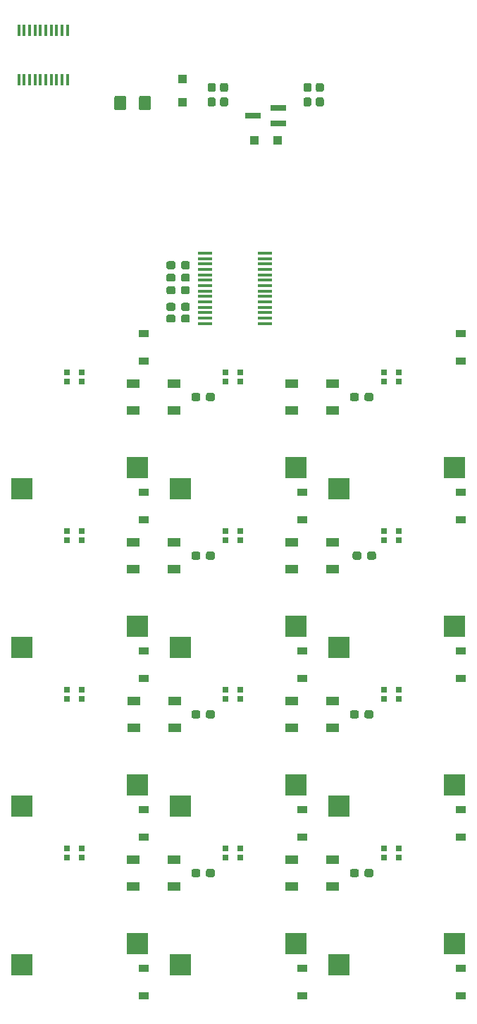
<source format=gbr>
G04 #@! TF.GenerationSoftware,KiCad,Pcbnew,(5.1.5)-3*
G04 #@! TF.CreationDate,2020-11-15T12:52:39-05:00*
G04 #@! TF.ProjectId,MgBoard,4d67426f-6172-4642-9e6b-696361645f70,rev?*
G04 #@! TF.SameCoordinates,PX39a64d0PYa4983b0*
G04 #@! TF.FileFunction,Paste,Bot*
G04 #@! TF.FilePolarity,Positive*
%FSLAX46Y46*%
G04 Gerber Fmt 4.6, Leading zero omitted, Abs format (unit mm)*
G04 Created by KiCad (PCBNEW (5.1.5)-3) date 2020-11-15 12:52:39*
%MOMM*%
%LPD*%
G04 APERTURE LIST*
%ADD10R,1.750000X0.450000*%
%ADD11R,1.500000X1.000000*%
%ADD12C,0.100000*%
%ADD13R,0.800000X0.700000*%
%ADD14R,1.900000X0.800000*%
%ADD15R,0.450000X1.450000*%
%ADD16R,2.550000X2.500000*%
%ADD17R,1.100000X1.100000*%
%ADD18R,1.200000X0.900000*%
G04 APERTURE END LIST*
D10*
X32391030Y88592790D03*
X32391030Y89242790D03*
X32391030Y89892790D03*
X32391030Y90542790D03*
X32391030Y91192790D03*
X32391030Y91842790D03*
X32391030Y92492790D03*
X32391030Y93142790D03*
X32391030Y93792790D03*
X32391030Y94442790D03*
X32391030Y95092790D03*
X32391030Y95742790D03*
X32391030Y96392790D03*
X32391030Y97042790D03*
X39591030Y97042790D03*
X39591030Y96392790D03*
X39591030Y95742790D03*
X39591030Y95092790D03*
X39591030Y94442790D03*
X39591030Y93792790D03*
X39591030Y93142790D03*
X39591030Y92492790D03*
X39591030Y91842790D03*
X39591030Y91192790D03*
X39591030Y90542790D03*
X39591030Y89892790D03*
X39591030Y89242790D03*
X39591030Y88592790D03*
D11*
X42794660Y21017470D03*
X42794660Y24217470D03*
X47694660Y21017470D03*
X47694660Y24217470D03*
X28644580Y24217470D03*
X28644580Y21017470D03*
X23744580Y24217470D03*
X23744580Y21017470D03*
X42794660Y40067550D03*
X42794660Y43267550D03*
X47694660Y40067550D03*
X47694660Y43267550D03*
X28713320Y43267550D03*
X28713320Y40067550D03*
X23813320Y43267550D03*
X23813320Y40067550D03*
X42794660Y59117630D03*
X42794660Y62317630D03*
X47694660Y59117630D03*
X47694660Y62317630D03*
X28644580Y62317630D03*
X28644580Y59117630D03*
X23744580Y62317630D03*
X23744580Y59117630D03*
X42794660Y78167710D03*
X42794660Y81367710D03*
X47694660Y78167710D03*
X47694660Y81367710D03*
X28644580Y81367710D03*
X28644580Y78167710D03*
X23744580Y81367710D03*
X23744580Y78167710D03*
D12*
G36*
X33333509Y23091326D02*
G01*
X33356564Y23087907D01*
X33379173Y23082243D01*
X33401117Y23074391D01*
X33422187Y23064426D01*
X33442178Y23052444D01*
X33460898Y23038560D01*
X33478168Y23022908D01*
X33493820Y23005638D01*
X33507704Y22986918D01*
X33519686Y22966927D01*
X33529651Y22945857D01*
X33537503Y22923913D01*
X33543167Y22901304D01*
X33546586Y22878249D01*
X33547730Y22854970D01*
X33547730Y22379970D01*
X33546586Y22356691D01*
X33543167Y22333636D01*
X33537503Y22311027D01*
X33529651Y22289083D01*
X33519686Y22268013D01*
X33507704Y22248022D01*
X33493820Y22229302D01*
X33478168Y22212032D01*
X33460898Y22196380D01*
X33442178Y22182496D01*
X33422187Y22170514D01*
X33401117Y22160549D01*
X33379173Y22152697D01*
X33356564Y22147033D01*
X33333509Y22143614D01*
X33310230Y22142470D01*
X32735230Y22142470D01*
X32711951Y22143614D01*
X32688896Y22147033D01*
X32666287Y22152697D01*
X32644343Y22160549D01*
X32623273Y22170514D01*
X32603282Y22182496D01*
X32584562Y22196380D01*
X32567292Y22212032D01*
X32551640Y22229302D01*
X32537756Y22248022D01*
X32525774Y22268013D01*
X32515809Y22289083D01*
X32507957Y22311027D01*
X32502293Y22333636D01*
X32498874Y22356691D01*
X32497730Y22379970D01*
X32497730Y22854970D01*
X32498874Y22878249D01*
X32502293Y22901304D01*
X32507957Y22923913D01*
X32515809Y22945857D01*
X32525774Y22966927D01*
X32537756Y22986918D01*
X32551640Y23005638D01*
X32567292Y23022908D01*
X32584562Y23038560D01*
X32603282Y23052444D01*
X32623273Y23064426D01*
X32644343Y23074391D01*
X32666287Y23082243D01*
X32688896Y23087907D01*
X32711951Y23091326D01*
X32735230Y23092470D01*
X33310230Y23092470D01*
X33333509Y23091326D01*
G37*
G36*
X31583509Y23091326D02*
G01*
X31606564Y23087907D01*
X31629173Y23082243D01*
X31651117Y23074391D01*
X31672187Y23064426D01*
X31692178Y23052444D01*
X31710898Y23038560D01*
X31728168Y23022908D01*
X31743820Y23005638D01*
X31757704Y22986918D01*
X31769686Y22966927D01*
X31779651Y22945857D01*
X31787503Y22923913D01*
X31793167Y22901304D01*
X31796586Y22878249D01*
X31797730Y22854970D01*
X31797730Y22379970D01*
X31796586Y22356691D01*
X31793167Y22333636D01*
X31787503Y22311027D01*
X31779651Y22289083D01*
X31769686Y22268013D01*
X31757704Y22248022D01*
X31743820Y22229302D01*
X31728168Y22212032D01*
X31710898Y22196380D01*
X31692178Y22182496D01*
X31672187Y22170514D01*
X31651117Y22160549D01*
X31629173Y22152697D01*
X31606564Y22147033D01*
X31583509Y22143614D01*
X31560230Y22142470D01*
X30985230Y22142470D01*
X30961951Y22143614D01*
X30938896Y22147033D01*
X30916287Y22152697D01*
X30894343Y22160549D01*
X30873273Y22170514D01*
X30853282Y22182496D01*
X30834562Y22196380D01*
X30817292Y22212032D01*
X30801640Y22229302D01*
X30787756Y22248022D01*
X30775774Y22268013D01*
X30765809Y22289083D01*
X30757957Y22311027D01*
X30752293Y22333636D01*
X30748874Y22356691D01*
X30747730Y22379970D01*
X30747730Y22854970D01*
X30748874Y22878249D01*
X30752293Y22901304D01*
X30757957Y22923913D01*
X30765809Y22945857D01*
X30775774Y22966927D01*
X30787756Y22986918D01*
X30801640Y23005638D01*
X30817292Y23022908D01*
X30834562Y23038560D01*
X30853282Y23052444D01*
X30873273Y23064426D01*
X30894343Y23074391D01*
X30916287Y23082243D01*
X30938896Y23087907D01*
X30961951Y23091326D01*
X30985230Y23092470D01*
X31560230Y23092470D01*
X31583509Y23091326D01*
G37*
G36*
X52383589Y23091326D02*
G01*
X52406644Y23087907D01*
X52429253Y23082243D01*
X52451197Y23074391D01*
X52472267Y23064426D01*
X52492258Y23052444D01*
X52510978Y23038560D01*
X52528248Y23022908D01*
X52543900Y23005638D01*
X52557784Y22986918D01*
X52569766Y22966927D01*
X52579731Y22945857D01*
X52587583Y22923913D01*
X52593247Y22901304D01*
X52596666Y22878249D01*
X52597810Y22854970D01*
X52597810Y22379970D01*
X52596666Y22356691D01*
X52593247Y22333636D01*
X52587583Y22311027D01*
X52579731Y22289083D01*
X52569766Y22268013D01*
X52557784Y22248022D01*
X52543900Y22229302D01*
X52528248Y22212032D01*
X52510978Y22196380D01*
X52492258Y22182496D01*
X52472267Y22170514D01*
X52451197Y22160549D01*
X52429253Y22152697D01*
X52406644Y22147033D01*
X52383589Y22143614D01*
X52360310Y22142470D01*
X51785310Y22142470D01*
X51762031Y22143614D01*
X51738976Y22147033D01*
X51716367Y22152697D01*
X51694423Y22160549D01*
X51673353Y22170514D01*
X51653362Y22182496D01*
X51634642Y22196380D01*
X51617372Y22212032D01*
X51601720Y22229302D01*
X51587836Y22248022D01*
X51575854Y22268013D01*
X51565889Y22289083D01*
X51558037Y22311027D01*
X51552373Y22333636D01*
X51548954Y22356691D01*
X51547810Y22379970D01*
X51547810Y22854970D01*
X51548954Y22878249D01*
X51552373Y22901304D01*
X51558037Y22923913D01*
X51565889Y22945857D01*
X51575854Y22966927D01*
X51587836Y22986918D01*
X51601720Y23005638D01*
X51617372Y23022908D01*
X51634642Y23038560D01*
X51653362Y23052444D01*
X51673353Y23064426D01*
X51694423Y23074391D01*
X51716367Y23082243D01*
X51738976Y23087907D01*
X51762031Y23091326D01*
X51785310Y23092470D01*
X52360310Y23092470D01*
X52383589Y23091326D01*
G37*
G36*
X50633589Y23091326D02*
G01*
X50656644Y23087907D01*
X50679253Y23082243D01*
X50701197Y23074391D01*
X50722267Y23064426D01*
X50742258Y23052444D01*
X50760978Y23038560D01*
X50778248Y23022908D01*
X50793900Y23005638D01*
X50807784Y22986918D01*
X50819766Y22966927D01*
X50829731Y22945857D01*
X50837583Y22923913D01*
X50843247Y22901304D01*
X50846666Y22878249D01*
X50847810Y22854970D01*
X50847810Y22379970D01*
X50846666Y22356691D01*
X50843247Y22333636D01*
X50837583Y22311027D01*
X50829731Y22289083D01*
X50819766Y22268013D01*
X50807784Y22248022D01*
X50793900Y22229302D01*
X50778248Y22212032D01*
X50760978Y22196380D01*
X50742258Y22182496D01*
X50722267Y22170514D01*
X50701197Y22160549D01*
X50679253Y22152697D01*
X50656644Y22147033D01*
X50633589Y22143614D01*
X50610310Y22142470D01*
X50035310Y22142470D01*
X50012031Y22143614D01*
X49988976Y22147033D01*
X49966367Y22152697D01*
X49944423Y22160549D01*
X49923353Y22170514D01*
X49903362Y22182496D01*
X49884642Y22196380D01*
X49867372Y22212032D01*
X49851720Y22229302D01*
X49837836Y22248022D01*
X49825854Y22268013D01*
X49815889Y22289083D01*
X49808037Y22311027D01*
X49802373Y22333636D01*
X49798954Y22356691D01*
X49797810Y22379970D01*
X49797810Y22854970D01*
X49798954Y22878249D01*
X49802373Y22901304D01*
X49808037Y22923913D01*
X49815889Y22945857D01*
X49825854Y22966927D01*
X49837836Y22986918D01*
X49851720Y23005638D01*
X49867372Y23022908D01*
X49884642Y23038560D01*
X49903362Y23052444D01*
X49923353Y23064426D01*
X49944423Y23074391D01*
X49966367Y23082243D01*
X49988976Y23087907D01*
X50012031Y23091326D01*
X50035310Y23092470D01*
X50610310Y23092470D01*
X50633589Y23091326D01*
G37*
G36*
X33333509Y42141406D02*
G01*
X33356564Y42137987D01*
X33379173Y42132323D01*
X33401117Y42124471D01*
X33422187Y42114506D01*
X33442178Y42102524D01*
X33460898Y42088640D01*
X33478168Y42072988D01*
X33493820Y42055718D01*
X33507704Y42036998D01*
X33519686Y42017007D01*
X33529651Y41995937D01*
X33537503Y41973993D01*
X33543167Y41951384D01*
X33546586Y41928329D01*
X33547730Y41905050D01*
X33547730Y41430050D01*
X33546586Y41406771D01*
X33543167Y41383716D01*
X33537503Y41361107D01*
X33529651Y41339163D01*
X33519686Y41318093D01*
X33507704Y41298102D01*
X33493820Y41279382D01*
X33478168Y41262112D01*
X33460898Y41246460D01*
X33442178Y41232576D01*
X33422187Y41220594D01*
X33401117Y41210629D01*
X33379173Y41202777D01*
X33356564Y41197113D01*
X33333509Y41193694D01*
X33310230Y41192550D01*
X32735230Y41192550D01*
X32711951Y41193694D01*
X32688896Y41197113D01*
X32666287Y41202777D01*
X32644343Y41210629D01*
X32623273Y41220594D01*
X32603282Y41232576D01*
X32584562Y41246460D01*
X32567292Y41262112D01*
X32551640Y41279382D01*
X32537756Y41298102D01*
X32525774Y41318093D01*
X32515809Y41339163D01*
X32507957Y41361107D01*
X32502293Y41383716D01*
X32498874Y41406771D01*
X32497730Y41430050D01*
X32497730Y41905050D01*
X32498874Y41928329D01*
X32502293Y41951384D01*
X32507957Y41973993D01*
X32515809Y41995937D01*
X32525774Y42017007D01*
X32537756Y42036998D01*
X32551640Y42055718D01*
X32567292Y42072988D01*
X32584562Y42088640D01*
X32603282Y42102524D01*
X32623273Y42114506D01*
X32644343Y42124471D01*
X32666287Y42132323D01*
X32688896Y42137987D01*
X32711951Y42141406D01*
X32735230Y42142550D01*
X33310230Y42142550D01*
X33333509Y42141406D01*
G37*
G36*
X31583509Y42141406D02*
G01*
X31606564Y42137987D01*
X31629173Y42132323D01*
X31651117Y42124471D01*
X31672187Y42114506D01*
X31692178Y42102524D01*
X31710898Y42088640D01*
X31728168Y42072988D01*
X31743820Y42055718D01*
X31757704Y42036998D01*
X31769686Y42017007D01*
X31779651Y41995937D01*
X31787503Y41973993D01*
X31793167Y41951384D01*
X31796586Y41928329D01*
X31797730Y41905050D01*
X31797730Y41430050D01*
X31796586Y41406771D01*
X31793167Y41383716D01*
X31787503Y41361107D01*
X31779651Y41339163D01*
X31769686Y41318093D01*
X31757704Y41298102D01*
X31743820Y41279382D01*
X31728168Y41262112D01*
X31710898Y41246460D01*
X31692178Y41232576D01*
X31672187Y41220594D01*
X31651117Y41210629D01*
X31629173Y41202777D01*
X31606564Y41197113D01*
X31583509Y41193694D01*
X31560230Y41192550D01*
X30985230Y41192550D01*
X30961951Y41193694D01*
X30938896Y41197113D01*
X30916287Y41202777D01*
X30894343Y41210629D01*
X30873273Y41220594D01*
X30853282Y41232576D01*
X30834562Y41246460D01*
X30817292Y41262112D01*
X30801640Y41279382D01*
X30787756Y41298102D01*
X30775774Y41318093D01*
X30765809Y41339163D01*
X30757957Y41361107D01*
X30752293Y41383716D01*
X30748874Y41406771D01*
X30747730Y41430050D01*
X30747730Y41905050D01*
X30748874Y41928329D01*
X30752293Y41951384D01*
X30757957Y41973993D01*
X30765809Y41995937D01*
X30775774Y42017007D01*
X30787756Y42036998D01*
X30801640Y42055718D01*
X30817292Y42072988D01*
X30834562Y42088640D01*
X30853282Y42102524D01*
X30873273Y42114506D01*
X30894343Y42124471D01*
X30916287Y42132323D01*
X30938896Y42137987D01*
X30961951Y42141406D01*
X30985230Y42142550D01*
X31560230Y42142550D01*
X31583509Y42141406D01*
G37*
G36*
X52383589Y42141406D02*
G01*
X52406644Y42137987D01*
X52429253Y42132323D01*
X52451197Y42124471D01*
X52472267Y42114506D01*
X52492258Y42102524D01*
X52510978Y42088640D01*
X52528248Y42072988D01*
X52543900Y42055718D01*
X52557784Y42036998D01*
X52569766Y42017007D01*
X52579731Y41995937D01*
X52587583Y41973993D01*
X52593247Y41951384D01*
X52596666Y41928329D01*
X52597810Y41905050D01*
X52597810Y41430050D01*
X52596666Y41406771D01*
X52593247Y41383716D01*
X52587583Y41361107D01*
X52579731Y41339163D01*
X52569766Y41318093D01*
X52557784Y41298102D01*
X52543900Y41279382D01*
X52528248Y41262112D01*
X52510978Y41246460D01*
X52492258Y41232576D01*
X52472267Y41220594D01*
X52451197Y41210629D01*
X52429253Y41202777D01*
X52406644Y41197113D01*
X52383589Y41193694D01*
X52360310Y41192550D01*
X51785310Y41192550D01*
X51762031Y41193694D01*
X51738976Y41197113D01*
X51716367Y41202777D01*
X51694423Y41210629D01*
X51673353Y41220594D01*
X51653362Y41232576D01*
X51634642Y41246460D01*
X51617372Y41262112D01*
X51601720Y41279382D01*
X51587836Y41298102D01*
X51575854Y41318093D01*
X51565889Y41339163D01*
X51558037Y41361107D01*
X51552373Y41383716D01*
X51548954Y41406771D01*
X51547810Y41430050D01*
X51547810Y41905050D01*
X51548954Y41928329D01*
X51552373Y41951384D01*
X51558037Y41973993D01*
X51565889Y41995937D01*
X51575854Y42017007D01*
X51587836Y42036998D01*
X51601720Y42055718D01*
X51617372Y42072988D01*
X51634642Y42088640D01*
X51653362Y42102524D01*
X51673353Y42114506D01*
X51694423Y42124471D01*
X51716367Y42132323D01*
X51738976Y42137987D01*
X51762031Y42141406D01*
X51785310Y42142550D01*
X52360310Y42142550D01*
X52383589Y42141406D01*
G37*
G36*
X50633589Y42141406D02*
G01*
X50656644Y42137987D01*
X50679253Y42132323D01*
X50701197Y42124471D01*
X50722267Y42114506D01*
X50742258Y42102524D01*
X50760978Y42088640D01*
X50778248Y42072988D01*
X50793900Y42055718D01*
X50807784Y42036998D01*
X50819766Y42017007D01*
X50829731Y41995937D01*
X50837583Y41973993D01*
X50843247Y41951384D01*
X50846666Y41928329D01*
X50847810Y41905050D01*
X50847810Y41430050D01*
X50846666Y41406771D01*
X50843247Y41383716D01*
X50837583Y41361107D01*
X50829731Y41339163D01*
X50819766Y41318093D01*
X50807784Y41298102D01*
X50793900Y41279382D01*
X50778248Y41262112D01*
X50760978Y41246460D01*
X50742258Y41232576D01*
X50722267Y41220594D01*
X50701197Y41210629D01*
X50679253Y41202777D01*
X50656644Y41197113D01*
X50633589Y41193694D01*
X50610310Y41192550D01*
X50035310Y41192550D01*
X50012031Y41193694D01*
X49988976Y41197113D01*
X49966367Y41202777D01*
X49944423Y41210629D01*
X49923353Y41220594D01*
X49903362Y41232576D01*
X49884642Y41246460D01*
X49867372Y41262112D01*
X49851720Y41279382D01*
X49837836Y41298102D01*
X49825854Y41318093D01*
X49815889Y41339163D01*
X49808037Y41361107D01*
X49802373Y41383716D01*
X49798954Y41406771D01*
X49797810Y41430050D01*
X49797810Y41905050D01*
X49798954Y41928329D01*
X49802373Y41951384D01*
X49808037Y41973993D01*
X49815889Y41995937D01*
X49825854Y42017007D01*
X49837836Y42036998D01*
X49851720Y42055718D01*
X49867372Y42072988D01*
X49884642Y42088640D01*
X49903362Y42102524D01*
X49923353Y42114506D01*
X49944423Y42124471D01*
X49966367Y42132323D01*
X49988976Y42137987D01*
X50012031Y42141406D01*
X50035310Y42142550D01*
X50610310Y42142550D01*
X50633589Y42141406D01*
G37*
G36*
X33333509Y61191486D02*
G01*
X33356564Y61188067D01*
X33379173Y61182403D01*
X33401117Y61174551D01*
X33422187Y61164586D01*
X33442178Y61152604D01*
X33460898Y61138720D01*
X33478168Y61123068D01*
X33493820Y61105798D01*
X33507704Y61087078D01*
X33519686Y61067087D01*
X33529651Y61046017D01*
X33537503Y61024073D01*
X33543167Y61001464D01*
X33546586Y60978409D01*
X33547730Y60955130D01*
X33547730Y60480130D01*
X33546586Y60456851D01*
X33543167Y60433796D01*
X33537503Y60411187D01*
X33529651Y60389243D01*
X33519686Y60368173D01*
X33507704Y60348182D01*
X33493820Y60329462D01*
X33478168Y60312192D01*
X33460898Y60296540D01*
X33442178Y60282656D01*
X33422187Y60270674D01*
X33401117Y60260709D01*
X33379173Y60252857D01*
X33356564Y60247193D01*
X33333509Y60243774D01*
X33310230Y60242630D01*
X32735230Y60242630D01*
X32711951Y60243774D01*
X32688896Y60247193D01*
X32666287Y60252857D01*
X32644343Y60260709D01*
X32623273Y60270674D01*
X32603282Y60282656D01*
X32584562Y60296540D01*
X32567292Y60312192D01*
X32551640Y60329462D01*
X32537756Y60348182D01*
X32525774Y60368173D01*
X32515809Y60389243D01*
X32507957Y60411187D01*
X32502293Y60433796D01*
X32498874Y60456851D01*
X32497730Y60480130D01*
X32497730Y60955130D01*
X32498874Y60978409D01*
X32502293Y61001464D01*
X32507957Y61024073D01*
X32515809Y61046017D01*
X32525774Y61067087D01*
X32537756Y61087078D01*
X32551640Y61105798D01*
X32567292Y61123068D01*
X32584562Y61138720D01*
X32603282Y61152604D01*
X32623273Y61164586D01*
X32644343Y61174551D01*
X32666287Y61182403D01*
X32688896Y61188067D01*
X32711951Y61191486D01*
X32735230Y61192630D01*
X33310230Y61192630D01*
X33333509Y61191486D01*
G37*
G36*
X31583509Y61191486D02*
G01*
X31606564Y61188067D01*
X31629173Y61182403D01*
X31651117Y61174551D01*
X31672187Y61164586D01*
X31692178Y61152604D01*
X31710898Y61138720D01*
X31728168Y61123068D01*
X31743820Y61105798D01*
X31757704Y61087078D01*
X31769686Y61067087D01*
X31779651Y61046017D01*
X31787503Y61024073D01*
X31793167Y61001464D01*
X31796586Y60978409D01*
X31797730Y60955130D01*
X31797730Y60480130D01*
X31796586Y60456851D01*
X31793167Y60433796D01*
X31787503Y60411187D01*
X31779651Y60389243D01*
X31769686Y60368173D01*
X31757704Y60348182D01*
X31743820Y60329462D01*
X31728168Y60312192D01*
X31710898Y60296540D01*
X31692178Y60282656D01*
X31672187Y60270674D01*
X31651117Y60260709D01*
X31629173Y60252857D01*
X31606564Y60247193D01*
X31583509Y60243774D01*
X31560230Y60242630D01*
X30985230Y60242630D01*
X30961951Y60243774D01*
X30938896Y60247193D01*
X30916287Y60252857D01*
X30894343Y60260709D01*
X30873273Y60270674D01*
X30853282Y60282656D01*
X30834562Y60296540D01*
X30817292Y60312192D01*
X30801640Y60329462D01*
X30787756Y60348182D01*
X30775774Y60368173D01*
X30765809Y60389243D01*
X30757957Y60411187D01*
X30752293Y60433796D01*
X30748874Y60456851D01*
X30747730Y60480130D01*
X30747730Y60955130D01*
X30748874Y60978409D01*
X30752293Y61001464D01*
X30757957Y61024073D01*
X30765809Y61046017D01*
X30775774Y61067087D01*
X30787756Y61087078D01*
X30801640Y61105798D01*
X30817292Y61123068D01*
X30834562Y61138720D01*
X30853282Y61152604D01*
X30873273Y61164586D01*
X30894343Y61174551D01*
X30916287Y61182403D01*
X30938896Y61188067D01*
X30961951Y61191486D01*
X30985230Y61192630D01*
X31560230Y61192630D01*
X31583509Y61191486D01*
G37*
G36*
X52699219Y61191486D02*
G01*
X52722274Y61188067D01*
X52744883Y61182403D01*
X52766827Y61174551D01*
X52787897Y61164586D01*
X52807888Y61152604D01*
X52826608Y61138720D01*
X52843878Y61123068D01*
X52859530Y61105798D01*
X52873414Y61087078D01*
X52885396Y61067087D01*
X52895361Y61046017D01*
X52903213Y61024073D01*
X52908877Y61001464D01*
X52912296Y60978409D01*
X52913440Y60955130D01*
X52913440Y60480130D01*
X52912296Y60456851D01*
X52908877Y60433796D01*
X52903213Y60411187D01*
X52895361Y60389243D01*
X52885396Y60368173D01*
X52873414Y60348182D01*
X52859530Y60329462D01*
X52843878Y60312192D01*
X52826608Y60296540D01*
X52807888Y60282656D01*
X52787897Y60270674D01*
X52766827Y60260709D01*
X52744883Y60252857D01*
X52722274Y60247193D01*
X52699219Y60243774D01*
X52675940Y60242630D01*
X52100940Y60242630D01*
X52077661Y60243774D01*
X52054606Y60247193D01*
X52031997Y60252857D01*
X52010053Y60260709D01*
X51988983Y60270674D01*
X51968992Y60282656D01*
X51950272Y60296540D01*
X51933002Y60312192D01*
X51917350Y60329462D01*
X51903466Y60348182D01*
X51891484Y60368173D01*
X51881519Y60389243D01*
X51873667Y60411187D01*
X51868003Y60433796D01*
X51864584Y60456851D01*
X51863440Y60480130D01*
X51863440Y60955130D01*
X51864584Y60978409D01*
X51868003Y61001464D01*
X51873667Y61024073D01*
X51881519Y61046017D01*
X51891484Y61067087D01*
X51903466Y61087078D01*
X51917350Y61105798D01*
X51933002Y61123068D01*
X51950272Y61138720D01*
X51968992Y61152604D01*
X51988983Y61164586D01*
X52010053Y61174551D01*
X52031997Y61182403D01*
X52054606Y61188067D01*
X52077661Y61191486D01*
X52100940Y61192630D01*
X52675940Y61192630D01*
X52699219Y61191486D01*
G37*
G36*
X50949219Y61191486D02*
G01*
X50972274Y61188067D01*
X50994883Y61182403D01*
X51016827Y61174551D01*
X51037897Y61164586D01*
X51057888Y61152604D01*
X51076608Y61138720D01*
X51093878Y61123068D01*
X51109530Y61105798D01*
X51123414Y61087078D01*
X51135396Y61067087D01*
X51145361Y61046017D01*
X51153213Y61024073D01*
X51158877Y61001464D01*
X51162296Y60978409D01*
X51163440Y60955130D01*
X51163440Y60480130D01*
X51162296Y60456851D01*
X51158877Y60433796D01*
X51153213Y60411187D01*
X51145361Y60389243D01*
X51135396Y60368173D01*
X51123414Y60348182D01*
X51109530Y60329462D01*
X51093878Y60312192D01*
X51076608Y60296540D01*
X51057888Y60282656D01*
X51037897Y60270674D01*
X51016827Y60260709D01*
X50994883Y60252857D01*
X50972274Y60247193D01*
X50949219Y60243774D01*
X50925940Y60242630D01*
X50350940Y60242630D01*
X50327661Y60243774D01*
X50304606Y60247193D01*
X50281997Y60252857D01*
X50260053Y60260709D01*
X50238983Y60270674D01*
X50218992Y60282656D01*
X50200272Y60296540D01*
X50183002Y60312192D01*
X50167350Y60329462D01*
X50153466Y60348182D01*
X50141484Y60368173D01*
X50131519Y60389243D01*
X50123667Y60411187D01*
X50118003Y60433796D01*
X50114584Y60456851D01*
X50113440Y60480130D01*
X50113440Y60955130D01*
X50114584Y60978409D01*
X50118003Y61001464D01*
X50123667Y61024073D01*
X50131519Y61046017D01*
X50141484Y61067087D01*
X50153466Y61087078D01*
X50167350Y61105798D01*
X50183002Y61123068D01*
X50200272Y61138720D01*
X50218992Y61152604D01*
X50238983Y61164586D01*
X50260053Y61174551D01*
X50281997Y61182403D01*
X50304606Y61188067D01*
X50327661Y61191486D01*
X50350940Y61192630D01*
X50925940Y61192630D01*
X50949219Y61191486D01*
G37*
G36*
X33333509Y80241566D02*
G01*
X33356564Y80238147D01*
X33379173Y80232483D01*
X33401117Y80224631D01*
X33422187Y80214666D01*
X33442178Y80202684D01*
X33460898Y80188800D01*
X33478168Y80173148D01*
X33493820Y80155878D01*
X33507704Y80137158D01*
X33519686Y80117167D01*
X33529651Y80096097D01*
X33537503Y80074153D01*
X33543167Y80051544D01*
X33546586Y80028489D01*
X33547730Y80005210D01*
X33547730Y79530210D01*
X33546586Y79506931D01*
X33543167Y79483876D01*
X33537503Y79461267D01*
X33529651Y79439323D01*
X33519686Y79418253D01*
X33507704Y79398262D01*
X33493820Y79379542D01*
X33478168Y79362272D01*
X33460898Y79346620D01*
X33442178Y79332736D01*
X33422187Y79320754D01*
X33401117Y79310789D01*
X33379173Y79302937D01*
X33356564Y79297273D01*
X33333509Y79293854D01*
X33310230Y79292710D01*
X32735230Y79292710D01*
X32711951Y79293854D01*
X32688896Y79297273D01*
X32666287Y79302937D01*
X32644343Y79310789D01*
X32623273Y79320754D01*
X32603282Y79332736D01*
X32584562Y79346620D01*
X32567292Y79362272D01*
X32551640Y79379542D01*
X32537756Y79398262D01*
X32525774Y79418253D01*
X32515809Y79439323D01*
X32507957Y79461267D01*
X32502293Y79483876D01*
X32498874Y79506931D01*
X32497730Y79530210D01*
X32497730Y80005210D01*
X32498874Y80028489D01*
X32502293Y80051544D01*
X32507957Y80074153D01*
X32515809Y80096097D01*
X32525774Y80117167D01*
X32537756Y80137158D01*
X32551640Y80155878D01*
X32567292Y80173148D01*
X32584562Y80188800D01*
X32603282Y80202684D01*
X32623273Y80214666D01*
X32644343Y80224631D01*
X32666287Y80232483D01*
X32688896Y80238147D01*
X32711951Y80241566D01*
X32735230Y80242710D01*
X33310230Y80242710D01*
X33333509Y80241566D01*
G37*
G36*
X31583509Y80241566D02*
G01*
X31606564Y80238147D01*
X31629173Y80232483D01*
X31651117Y80224631D01*
X31672187Y80214666D01*
X31692178Y80202684D01*
X31710898Y80188800D01*
X31728168Y80173148D01*
X31743820Y80155878D01*
X31757704Y80137158D01*
X31769686Y80117167D01*
X31779651Y80096097D01*
X31787503Y80074153D01*
X31793167Y80051544D01*
X31796586Y80028489D01*
X31797730Y80005210D01*
X31797730Y79530210D01*
X31796586Y79506931D01*
X31793167Y79483876D01*
X31787503Y79461267D01*
X31779651Y79439323D01*
X31769686Y79418253D01*
X31757704Y79398262D01*
X31743820Y79379542D01*
X31728168Y79362272D01*
X31710898Y79346620D01*
X31692178Y79332736D01*
X31672187Y79320754D01*
X31651117Y79310789D01*
X31629173Y79302937D01*
X31606564Y79297273D01*
X31583509Y79293854D01*
X31560230Y79292710D01*
X30985230Y79292710D01*
X30961951Y79293854D01*
X30938896Y79297273D01*
X30916287Y79302937D01*
X30894343Y79310789D01*
X30873273Y79320754D01*
X30853282Y79332736D01*
X30834562Y79346620D01*
X30817292Y79362272D01*
X30801640Y79379542D01*
X30787756Y79398262D01*
X30775774Y79418253D01*
X30765809Y79439323D01*
X30757957Y79461267D01*
X30752293Y79483876D01*
X30748874Y79506931D01*
X30747730Y79530210D01*
X30747730Y80005210D01*
X30748874Y80028489D01*
X30752293Y80051544D01*
X30757957Y80074153D01*
X30765809Y80096097D01*
X30775774Y80117167D01*
X30787756Y80137158D01*
X30801640Y80155878D01*
X30817292Y80173148D01*
X30834562Y80188800D01*
X30853282Y80202684D01*
X30873273Y80214666D01*
X30894343Y80224631D01*
X30916287Y80232483D01*
X30938896Y80238147D01*
X30961951Y80241566D01*
X30985230Y80242710D01*
X31560230Y80242710D01*
X31583509Y80241566D01*
G37*
G36*
X52383589Y80241566D02*
G01*
X52406644Y80238147D01*
X52429253Y80232483D01*
X52451197Y80224631D01*
X52472267Y80214666D01*
X52492258Y80202684D01*
X52510978Y80188800D01*
X52528248Y80173148D01*
X52543900Y80155878D01*
X52557784Y80137158D01*
X52569766Y80117167D01*
X52579731Y80096097D01*
X52587583Y80074153D01*
X52593247Y80051544D01*
X52596666Y80028489D01*
X52597810Y80005210D01*
X52597810Y79530210D01*
X52596666Y79506931D01*
X52593247Y79483876D01*
X52587583Y79461267D01*
X52579731Y79439323D01*
X52569766Y79418253D01*
X52557784Y79398262D01*
X52543900Y79379542D01*
X52528248Y79362272D01*
X52510978Y79346620D01*
X52492258Y79332736D01*
X52472267Y79320754D01*
X52451197Y79310789D01*
X52429253Y79302937D01*
X52406644Y79297273D01*
X52383589Y79293854D01*
X52360310Y79292710D01*
X51785310Y79292710D01*
X51762031Y79293854D01*
X51738976Y79297273D01*
X51716367Y79302937D01*
X51694423Y79310789D01*
X51673353Y79320754D01*
X51653362Y79332736D01*
X51634642Y79346620D01*
X51617372Y79362272D01*
X51601720Y79379542D01*
X51587836Y79398262D01*
X51575854Y79418253D01*
X51565889Y79439323D01*
X51558037Y79461267D01*
X51552373Y79483876D01*
X51548954Y79506931D01*
X51547810Y79530210D01*
X51547810Y80005210D01*
X51548954Y80028489D01*
X51552373Y80051544D01*
X51558037Y80074153D01*
X51565889Y80096097D01*
X51575854Y80117167D01*
X51587836Y80137158D01*
X51601720Y80155878D01*
X51617372Y80173148D01*
X51634642Y80188800D01*
X51653362Y80202684D01*
X51673353Y80214666D01*
X51694423Y80224631D01*
X51716367Y80232483D01*
X51738976Y80238147D01*
X51762031Y80241566D01*
X51785310Y80242710D01*
X52360310Y80242710D01*
X52383589Y80241566D01*
G37*
G36*
X50633589Y80241566D02*
G01*
X50656644Y80238147D01*
X50679253Y80232483D01*
X50701197Y80224631D01*
X50722267Y80214666D01*
X50742258Y80202684D01*
X50760978Y80188800D01*
X50778248Y80173148D01*
X50793900Y80155878D01*
X50807784Y80137158D01*
X50819766Y80117167D01*
X50829731Y80096097D01*
X50837583Y80074153D01*
X50843247Y80051544D01*
X50846666Y80028489D01*
X50847810Y80005210D01*
X50847810Y79530210D01*
X50846666Y79506931D01*
X50843247Y79483876D01*
X50837583Y79461267D01*
X50829731Y79439323D01*
X50819766Y79418253D01*
X50807784Y79398262D01*
X50793900Y79379542D01*
X50778248Y79362272D01*
X50760978Y79346620D01*
X50742258Y79332736D01*
X50722267Y79320754D01*
X50701197Y79310789D01*
X50679253Y79302937D01*
X50656644Y79297273D01*
X50633589Y79293854D01*
X50610310Y79292710D01*
X50035310Y79292710D01*
X50012031Y79293854D01*
X49988976Y79297273D01*
X49966367Y79302937D01*
X49944423Y79310789D01*
X49923353Y79320754D01*
X49903362Y79332736D01*
X49884642Y79346620D01*
X49867372Y79362272D01*
X49851720Y79379542D01*
X49837836Y79398262D01*
X49825854Y79418253D01*
X49815889Y79439323D01*
X49808037Y79461267D01*
X49802373Y79483876D01*
X49798954Y79506931D01*
X49797810Y79530210D01*
X49797810Y80005210D01*
X49798954Y80028489D01*
X49802373Y80051544D01*
X49808037Y80074153D01*
X49815889Y80096097D01*
X49825854Y80117167D01*
X49837836Y80137158D01*
X49851720Y80155878D01*
X49867372Y80173148D01*
X49884642Y80188800D01*
X49903362Y80202684D01*
X49923353Y80214666D01*
X49944423Y80224631D01*
X49966367Y80232483D01*
X49988976Y80238147D01*
X50012031Y80241566D01*
X50035310Y80242710D01*
X50610310Y80242710D01*
X50633589Y80241566D01*
G37*
D13*
X55618740Y24449335D03*
X53918740Y24449335D03*
X55618740Y25549335D03*
X53918740Y25549335D03*
X55618740Y43499335D03*
X53918740Y43499335D03*
X55618740Y44599335D03*
X53918740Y44599335D03*
X55618740Y62549335D03*
X53918740Y62549335D03*
X55618740Y63649335D03*
X53918740Y63649335D03*
X55618740Y81599335D03*
X53918740Y81599335D03*
X55618740Y82699335D03*
X53918740Y82699335D03*
X36568740Y24449335D03*
X34868740Y24449335D03*
X36568740Y25549335D03*
X34868740Y25549335D03*
X36568740Y43499335D03*
X34868740Y43499335D03*
X36568740Y44599335D03*
X34868740Y44599335D03*
X36568740Y62549335D03*
X34868740Y62549335D03*
X36568740Y63649335D03*
X34868740Y63649335D03*
X36568740Y81599335D03*
X34868740Y81599335D03*
X36568740Y82699335D03*
X34868740Y82699335D03*
X17518740Y24449335D03*
X15818740Y24449335D03*
X17518740Y25549335D03*
X15818740Y25549335D03*
X17518740Y43499335D03*
X15818740Y43499335D03*
X17518740Y44599335D03*
X15818740Y44599335D03*
X17518740Y62549335D03*
X15818740Y62549335D03*
X17518740Y63649335D03*
X15818740Y63649335D03*
X17518740Y81599335D03*
X15818740Y81599335D03*
X17518740Y82699335D03*
X15818740Y82699335D03*
D14*
X41168740Y114514960D03*
X41168740Y112614960D03*
X38168740Y113564960D03*
D15*
X9993740Y123764960D03*
X10643740Y123764960D03*
X11293740Y123764960D03*
X11943740Y123764960D03*
X12593740Y123764960D03*
X13243740Y123764960D03*
X13893740Y123764960D03*
X14543740Y123764960D03*
X15193740Y123764960D03*
X15843740Y123764960D03*
X15843740Y117864960D03*
X15193740Y117864960D03*
X14543740Y117864960D03*
X13893740Y117864960D03*
X13243740Y117864960D03*
X12593740Y117864960D03*
X11943740Y117864960D03*
X11293740Y117864960D03*
X10643740Y117864960D03*
X9993740Y117864960D03*
D12*
G36*
X30335779Y93063856D02*
G01*
X30358834Y93060437D01*
X30381443Y93054773D01*
X30403387Y93046921D01*
X30424457Y93036956D01*
X30444448Y93024974D01*
X30463168Y93011090D01*
X30480438Y92995438D01*
X30496090Y92978168D01*
X30509974Y92959448D01*
X30521956Y92939457D01*
X30531921Y92918387D01*
X30539773Y92896443D01*
X30545437Y92873834D01*
X30548856Y92850779D01*
X30550000Y92827500D01*
X30550000Y92352500D01*
X30548856Y92329221D01*
X30545437Y92306166D01*
X30539773Y92283557D01*
X30531921Y92261613D01*
X30521956Y92240543D01*
X30509974Y92220552D01*
X30496090Y92201832D01*
X30480438Y92184562D01*
X30463168Y92168910D01*
X30444448Y92155026D01*
X30424457Y92143044D01*
X30403387Y92133079D01*
X30381443Y92125227D01*
X30358834Y92119563D01*
X30335779Y92116144D01*
X30312500Y92115000D01*
X29737500Y92115000D01*
X29714221Y92116144D01*
X29691166Y92119563D01*
X29668557Y92125227D01*
X29646613Y92133079D01*
X29625543Y92143044D01*
X29605552Y92155026D01*
X29586832Y92168910D01*
X29569562Y92184562D01*
X29553910Y92201832D01*
X29540026Y92220552D01*
X29528044Y92240543D01*
X29518079Y92261613D01*
X29510227Y92283557D01*
X29504563Y92306166D01*
X29501144Y92329221D01*
X29500000Y92352500D01*
X29500000Y92827500D01*
X29501144Y92850779D01*
X29504563Y92873834D01*
X29510227Y92896443D01*
X29518079Y92918387D01*
X29528044Y92939457D01*
X29540026Y92959448D01*
X29553910Y92978168D01*
X29569562Y92995438D01*
X29586832Y93011090D01*
X29605552Y93024974D01*
X29625543Y93036956D01*
X29646613Y93046921D01*
X29668557Y93054773D01*
X29691166Y93060437D01*
X29714221Y93063856D01*
X29737500Y93065000D01*
X30312500Y93065000D01*
X30335779Y93063856D01*
G37*
G36*
X28585779Y93063856D02*
G01*
X28608834Y93060437D01*
X28631443Y93054773D01*
X28653387Y93046921D01*
X28674457Y93036956D01*
X28694448Y93024974D01*
X28713168Y93011090D01*
X28730438Y92995438D01*
X28746090Y92978168D01*
X28759974Y92959448D01*
X28771956Y92939457D01*
X28781921Y92918387D01*
X28789773Y92896443D01*
X28795437Y92873834D01*
X28798856Y92850779D01*
X28800000Y92827500D01*
X28800000Y92352500D01*
X28798856Y92329221D01*
X28795437Y92306166D01*
X28789773Y92283557D01*
X28781921Y92261613D01*
X28771956Y92240543D01*
X28759974Y92220552D01*
X28746090Y92201832D01*
X28730438Y92184562D01*
X28713168Y92168910D01*
X28694448Y92155026D01*
X28674457Y92143044D01*
X28653387Y92133079D01*
X28631443Y92125227D01*
X28608834Y92119563D01*
X28585779Y92116144D01*
X28562500Y92115000D01*
X27987500Y92115000D01*
X27964221Y92116144D01*
X27941166Y92119563D01*
X27918557Y92125227D01*
X27896613Y92133079D01*
X27875543Y92143044D01*
X27855552Y92155026D01*
X27836832Y92168910D01*
X27819562Y92184562D01*
X27803910Y92201832D01*
X27790026Y92220552D01*
X27778044Y92240543D01*
X27768079Y92261613D01*
X27760227Y92283557D01*
X27754563Y92306166D01*
X27751144Y92329221D01*
X27750000Y92352500D01*
X27750000Y92827500D01*
X27751144Y92850779D01*
X27754563Y92873834D01*
X27760227Y92896443D01*
X27768079Y92918387D01*
X27778044Y92939457D01*
X27790026Y92959448D01*
X27803910Y92978168D01*
X27819562Y92995438D01*
X27836832Y93011090D01*
X27855552Y93024974D01*
X27875543Y93036956D01*
X27896613Y93046921D01*
X27918557Y93054773D01*
X27941166Y93060437D01*
X27964221Y93063856D01*
X27987500Y93065000D01*
X28562500Y93065000D01*
X28585779Y93063856D01*
G37*
G36*
X30335779Y91063856D02*
G01*
X30358834Y91060437D01*
X30381443Y91054773D01*
X30403387Y91046921D01*
X30424457Y91036956D01*
X30444448Y91024974D01*
X30463168Y91011090D01*
X30480438Y90995438D01*
X30496090Y90978168D01*
X30509974Y90959448D01*
X30521956Y90939457D01*
X30531921Y90918387D01*
X30539773Y90896443D01*
X30545437Y90873834D01*
X30548856Y90850779D01*
X30550000Y90827500D01*
X30550000Y90352500D01*
X30548856Y90329221D01*
X30545437Y90306166D01*
X30539773Y90283557D01*
X30531921Y90261613D01*
X30521956Y90240543D01*
X30509974Y90220552D01*
X30496090Y90201832D01*
X30480438Y90184562D01*
X30463168Y90168910D01*
X30444448Y90155026D01*
X30424457Y90143044D01*
X30403387Y90133079D01*
X30381443Y90125227D01*
X30358834Y90119563D01*
X30335779Y90116144D01*
X30312500Y90115000D01*
X29737500Y90115000D01*
X29714221Y90116144D01*
X29691166Y90119563D01*
X29668557Y90125227D01*
X29646613Y90133079D01*
X29625543Y90143044D01*
X29605552Y90155026D01*
X29586832Y90168910D01*
X29569562Y90184562D01*
X29553910Y90201832D01*
X29540026Y90220552D01*
X29528044Y90240543D01*
X29518079Y90261613D01*
X29510227Y90283557D01*
X29504563Y90306166D01*
X29501144Y90329221D01*
X29500000Y90352500D01*
X29500000Y90827500D01*
X29501144Y90850779D01*
X29504563Y90873834D01*
X29510227Y90896443D01*
X29518079Y90918387D01*
X29528044Y90939457D01*
X29540026Y90959448D01*
X29553910Y90978168D01*
X29569562Y90995438D01*
X29586832Y91011090D01*
X29605552Y91024974D01*
X29625543Y91036956D01*
X29646613Y91046921D01*
X29668557Y91054773D01*
X29691166Y91060437D01*
X29714221Y91063856D01*
X29737500Y91065000D01*
X30312500Y91065000D01*
X30335779Y91063856D01*
G37*
G36*
X28585779Y91063856D02*
G01*
X28608834Y91060437D01*
X28631443Y91054773D01*
X28653387Y91046921D01*
X28674457Y91036956D01*
X28694448Y91024974D01*
X28713168Y91011090D01*
X28730438Y90995438D01*
X28746090Y90978168D01*
X28759974Y90959448D01*
X28771956Y90939457D01*
X28781921Y90918387D01*
X28789773Y90896443D01*
X28795437Y90873834D01*
X28798856Y90850779D01*
X28800000Y90827500D01*
X28800000Y90352500D01*
X28798856Y90329221D01*
X28795437Y90306166D01*
X28789773Y90283557D01*
X28781921Y90261613D01*
X28771956Y90240543D01*
X28759974Y90220552D01*
X28746090Y90201832D01*
X28730438Y90184562D01*
X28713168Y90168910D01*
X28694448Y90155026D01*
X28674457Y90143044D01*
X28653387Y90133079D01*
X28631443Y90125227D01*
X28608834Y90119563D01*
X28585779Y90116144D01*
X28562500Y90115000D01*
X27987500Y90115000D01*
X27964221Y90116144D01*
X27941166Y90119563D01*
X27918557Y90125227D01*
X27896613Y90133079D01*
X27875543Y90143044D01*
X27855552Y90155026D01*
X27836832Y90168910D01*
X27819562Y90184562D01*
X27803910Y90201832D01*
X27790026Y90220552D01*
X27778044Y90240543D01*
X27768079Y90261613D01*
X27760227Y90283557D01*
X27754563Y90306166D01*
X27751144Y90329221D01*
X27750000Y90352500D01*
X27750000Y90827500D01*
X27751144Y90850779D01*
X27754563Y90873834D01*
X27760227Y90896443D01*
X27768079Y90918387D01*
X27778044Y90939457D01*
X27790026Y90959448D01*
X27803910Y90978168D01*
X27819562Y90995438D01*
X27836832Y91011090D01*
X27855552Y91024974D01*
X27875543Y91036956D01*
X27896613Y91046921D01*
X27918557Y91054773D01*
X27941166Y91060437D01*
X27964221Y91063856D01*
X27987500Y91065000D01*
X28562500Y91065000D01*
X28585779Y91063856D01*
G37*
G36*
X28585779Y89663856D02*
G01*
X28608834Y89660437D01*
X28631443Y89654773D01*
X28653387Y89646921D01*
X28674457Y89636956D01*
X28694448Y89624974D01*
X28713168Y89611090D01*
X28730438Y89595438D01*
X28746090Y89578168D01*
X28759974Y89559448D01*
X28771956Y89539457D01*
X28781921Y89518387D01*
X28789773Y89496443D01*
X28795437Y89473834D01*
X28798856Y89450779D01*
X28800000Y89427500D01*
X28800000Y88952500D01*
X28798856Y88929221D01*
X28795437Y88906166D01*
X28789773Y88883557D01*
X28781921Y88861613D01*
X28771956Y88840543D01*
X28759974Y88820552D01*
X28746090Y88801832D01*
X28730438Y88784562D01*
X28713168Y88768910D01*
X28694448Y88755026D01*
X28674457Y88743044D01*
X28653387Y88733079D01*
X28631443Y88725227D01*
X28608834Y88719563D01*
X28585779Y88716144D01*
X28562500Y88715000D01*
X27987500Y88715000D01*
X27964221Y88716144D01*
X27941166Y88719563D01*
X27918557Y88725227D01*
X27896613Y88733079D01*
X27875543Y88743044D01*
X27855552Y88755026D01*
X27836832Y88768910D01*
X27819562Y88784562D01*
X27803910Y88801832D01*
X27790026Y88820552D01*
X27778044Y88840543D01*
X27768079Y88861613D01*
X27760227Y88883557D01*
X27754563Y88906166D01*
X27751144Y88929221D01*
X27750000Y88952500D01*
X27750000Y89427500D01*
X27751144Y89450779D01*
X27754563Y89473834D01*
X27760227Y89496443D01*
X27768079Y89518387D01*
X27778044Y89539457D01*
X27790026Y89559448D01*
X27803910Y89578168D01*
X27819562Y89595438D01*
X27836832Y89611090D01*
X27855552Y89624974D01*
X27875543Y89636956D01*
X27896613Y89646921D01*
X27918557Y89654773D01*
X27941166Y89660437D01*
X27964221Y89663856D01*
X27987500Y89665000D01*
X28562500Y89665000D01*
X28585779Y89663856D01*
G37*
G36*
X30335779Y89663856D02*
G01*
X30358834Y89660437D01*
X30381443Y89654773D01*
X30403387Y89646921D01*
X30424457Y89636956D01*
X30444448Y89624974D01*
X30463168Y89611090D01*
X30480438Y89595438D01*
X30496090Y89578168D01*
X30509974Y89559448D01*
X30521956Y89539457D01*
X30531921Y89518387D01*
X30539773Y89496443D01*
X30545437Y89473834D01*
X30548856Y89450779D01*
X30550000Y89427500D01*
X30550000Y88952500D01*
X30548856Y88929221D01*
X30545437Y88906166D01*
X30539773Y88883557D01*
X30531921Y88861613D01*
X30521956Y88840543D01*
X30509974Y88820552D01*
X30496090Y88801832D01*
X30480438Y88784562D01*
X30463168Y88768910D01*
X30444448Y88755026D01*
X30424457Y88743044D01*
X30403387Y88733079D01*
X30381443Y88725227D01*
X30358834Y88719563D01*
X30335779Y88716144D01*
X30312500Y88715000D01*
X29737500Y88715000D01*
X29714221Y88716144D01*
X29691166Y88719563D01*
X29668557Y88725227D01*
X29646613Y88733079D01*
X29625543Y88743044D01*
X29605552Y88755026D01*
X29586832Y88768910D01*
X29569562Y88784562D01*
X29553910Y88801832D01*
X29540026Y88820552D01*
X29528044Y88840543D01*
X29518079Y88861613D01*
X29510227Y88883557D01*
X29504563Y88906166D01*
X29501144Y88929221D01*
X29500000Y88952500D01*
X29500000Y89427500D01*
X29501144Y89450779D01*
X29504563Y89473834D01*
X29510227Y89496443D01*
X29518079Y89518387D01*
X29528044Y89539457D01*
X29540026Y89559448D01*
X29553910Y89578168D01*
X29569562Y89595438D01*
X29586832Y89611090D01*
X29605552Y89624974D01*
X29625543Y89636956D01*
X29646613Y89646921D01*
X29668557Y89654773D01*
X29691166Y89660437D01*
X29714221Y89663856D01*
X29737500Y89665000D01*
X30312500Y89665000D01*
X30335779Y89663856D01*
G37*
G36*
X46429519Y115713816D02*
G01*
X46452574Y115710397D01*
X46475183Y115704733D01*
X46497127Y115696881D01*
X46518197Y115686916D01*
X46538188Y115674934D01*
X46556908Y115661050D01*
X46574178Y115645398D01*
X46589830Y115628128D01*
X46603714Y115609408D01*
X46615696Y115589417D01*
X46625661Y115568347D01*
X46633513Y115546403D01*
X46639177Y115523794D01*
X46642596Y115500739D01*
X46643740Y115477460D01*
X46643740Y114902460D01*
X46642596Y114879181D01*
X46639177Y114856126D01*
X46633513Y114833517D01*
X46625661Y114811573D01*
X46615696Y114790503D01*
X46603714Y114770512D01*
X46589830Y114751792D01*
X46574178Y114734522D01*
X46556908Y114718870D01*
X46538188Y114704986D01*
X46518197Y114693004D01*
X46497127Y114683039D01*
X46475183Y114675187D01*
X46452574Y114669523D01*
X46429519Y114666104D01*
X46406240Y114664960D01*
X45931240Y114664960D01*
X45907961Y114666104D01*
X45884906Y114669523D01*
X45862297Y114675187D01*
X45840353Y114683039D01*
X45819283Y114693004D01*
X45799292Y114704986D01*
X45780572Y114718870D01*
X45763302Y114734522D01*
X45747650Y114751792D01*
X45733766Y114770512D01*
X45721784Y114790503D01*
X45711819Y114811573D01*
X45703967Y114833517D01*
X45698303Y114856126D01*
X45694884Y114879181D01*
X45693740Y114902460D01*
X45693740Y115477460D01*
X45694884Y115500739D01*
X45698303Y115523794D01*
X45703967Y115546403D01*
X45711819Y115568347D01*
X45721784Y115589417D01*
X45733766Y115609408D01*
X45747650Y115628128D01*
X45763302Y115645398D01*
X45780572Y115661050D01*
X45799292Y115674934D01*
X45819283Y115686916D01*
X45840353Y115696881D01*
X45862297Y115704733D01*
X45884906Y115710397D01*
X45907961Y115713816D01*
X45931240Y115714960D01*
X46406240Y115714960D01*
X46429519Y115713816D01*
G37*
G36*
X46429519Y117463816D02*
G01*
X46452574Y117460397D01*
X46475183Y117454733D01*
X46497127Y117446881D01*
X46518197Y117436916D01*
X46538188Y117424934D01*
X46556908Y117411050D01*
X46574178Y117395398D01*
X46589830Y117378128D01*
X46603714Y117359408D01*
X46615696Y117339417D01*
X46625661Y117318347D01*
X46633513Y117296403D01*
X46639177Y117273794D01*
X46642596Y117250739D01*
X46643740Y117227460D01*
X46643740Y116652460D01*
X46642596Y116629181D01*
X46639177Y116606126D01*
X46633513Y116583517D01*
X46625661Y116561573D01*
X46615696Y116540503D01*
X46603714Y116520512D01*
X46589830Y116501792D01*
X46574178Y116484522D01*
X46556908Y116468870D01*
X46538188Y116454986D01*
X46518197Y116443004D01*
X46497127Y116433039D01*
X46475183Y116425187D01*
X46452574Y116419523D01*
X46429519Y116416104D01*
X46406240Y116414960D01*
X45931240Y116414960D01*
X45907961Y116416104D01*
X45884906Y116419523D01*
X45862297Y116425187D01*
X45840353Y116433039D01*
X45819283Y116443004D01*
X45799292Y116454986D01*
X45780572Y116468870D01*
X45763302Y116484522D01*
X45747650Y116501792D01*
X45733766Y116520512D01*
X45721784Y116540503D01*
X45711819Y116561573D01*
X45703967Y116583517D01*
X45698303Y116606126D01*
X45694884Y116629181D01*
X45693740Y116652460D01*
X45693740Y117227460D01*
X45694884Y117250739D01*
X45698303Y117273794D01*
X45703967Y117296403D01*
X45711819Y117318347D01*
X45721784Y117339417D01*
X45733766Y117359408D01*
X45747650Y117378128D01*
X45763302Y117395398D01*
X45780572Y117411050D01*
X45799292Y117424934D01*
X45819283Y117436916D01*
X45840353Y117446881D01*
X45862297Y117454733D01*
X45884906Y117460397D01*
X45907961Y117463816D01*
X45931240Y117464960D01*
X46406240Y117464960D01*
X46429519Y117463816D01*
G37*
G36*
X34929519Y115713816D02*
G01*
X34952574Y115710397D01*
X34975183Y115704733D01*
X34997127Y115696881D01*
X35018197Y115686916D01*
X35038188Y115674934D01*
X35056908Y115661050D01*
X35074178Y115645398D01*
X35089830Y115628128D01*
X35103714Y115609408D01*
X35115696Y115589417D01*
X35125661Y115568347D01*
X35133513Y115546403D01*
X35139177Y115523794D01*
X35142596Y115500739D01*
X35143740Y115477460D01*
X35143740Y114902460D01*
X35142596Y114879181D01*
X35139177Y114856126D01*
X35133513Y114833517D01*
X35125661Y114811573D01*
X35115696Y114790503D01*
X35103714Y114770512D01*
X35089830Y114751792D01*
X35074178Y114734522D01*
X35056908Y114718870D01*
X35038188Y114704986D01*
X35018197Y114693004D01*
X34997127Y114683039D01*
X34975183Y114675187D01*
X34952574Y114669523D01*
X34929519Y114666104D01*
X34906240Y114664960D01*
X34431240Y114664960D01*
X34407961Y114666104D01*
X34384906Y114669523D01*
X34362297Y114675187D01*
X34340353Y114683039D01*
X34319283Y114693004D01*
X34299292Y114704986D01*
X34280572Y114718870D01*
X34263302Y114734522D01*
X34247650Y114751792D01*
X34233766Y114770512D01*
X34221784Y114790503D01*
X34211819Y114811573D01*
X34203967Y114833517D01*
X34198303Y114856126D01*
X34194884Y114879181D01*
X34193740Y114902460D01*
X34193740Y115477460D01*
X34194884Y115500739D01*
X34198303Y115523794D01*
X34203967Y115546403D01*
X34211819Y115568347D01*
X34221784Y115589417D01*
X34233766Y115609408D01*
X34247650Y115628128D01*
X34263302Y115645398D01*
X34280572Y115661050D01*
X34299292Y115674934D01*
X34319283Y115686916D01*
X34340353Y115696881D01*
X34362297Y115704733D01*
X34384906Y115710397D01*
X34407961Y115713816D01*
X34431240Y115714960D01*
X34906240Y115714960D01*
X34929519Y115713816D01*
G37*
G36*
X34929519Y117463816D02*
G01*
X34952574Y117460397D01*
X34975183Y117454733D01*
X34997127Y117446881D01*
X35018197Y117436916D01*
X35038188Y117424934D01*
X35056908Y117411050D01*
X35074178Y117395398D01*
X35089830Y117378128D01*
X35103714Y117359408D01*
X35115696Y117339417D01*
X35125661Y117318347D01*
X35133513Y117296403D01*
X35139177Y117273794D01*
X35142596Y117250739D01*
X35143740Y117227460D01*
X35143740Y116652460D01*
X35142596Y116629181D01*
X35139177Y116606126D01*
X35133513Y116583517D01*
X35125661Y116561573D01*
X35115696Y116540503D01*
X35103714Y116520512D01*
X35089830Y116501792D01*
X35074178Y116484522D01*
X35056908Y116468870D01*
X35038188Y116454986D01*
X35018197Y116443004D01*
X34997127Y116433039D01*
X34975183Y116425187D01*
X34952574Y116419523D01*
X34929519Y116416104D01*
X34906240Y116414960D01*
X34431240Y116414960D01*
X34407961Y116416104D01*
X34384906Y116419523D01*
X34362297Y116425187D01*
X34340353Y116433039D01*
X34319283Y116443004D01*
X34299292Y116454986D01*
X34280572Y116468870D01*
X34263302Y116484522D01*
X34247650Y116501792D01*
X34233766Y116520512D01*
X34221784Y116540503D01*
X34211819Y116561573D01*
X34203967Y116583517D01*
X34198303Y116606126D01*
X34194884Y116629181D01*
X34193740Y116652460D01*
X34193740Y117227460D01*
X34194884Y117250739D01*
X34198303Y117273794D01*
X34203967Y117296403D01*
X34211819Y117318347D01*
X34221784Y117339417D01*
X34233766Y117359408D01*
X34247650Y117378128D01*
X34263302Y117395398D01*
X34280572Y117411050D01*
X34299292Y117424934D01*
X34319283Y117436916D01*
X34340353Y117446881D01*
X34362297Y117454733D01*
X34384906Y117460397D01*
X34407961Y117463816D01*
X34431240Y117464960D01*
X34906240Y117464960D01*
X34929519Y117463816D01*
G37*
D16*
X48478740Y11584960D03*
X62328740Y14124960D03*
X48478740Y30634960D03*
X62328740Y33174960D03*
X48478740Y49684960D03*
X62328740Y52224960D03*
X48478740Y68734960D03*
X62328740Y71274960D03*
X29428740Y11584960D03*
X43278740Y14124960D03*
X29428740Y30634960D03*
X43278740Y33174960D03*
X29428740Y49684960D03*
X43278740Y52224960D03*
X29428740Y68734960D03*
X43278740Y71274960D03*
X10378740Y11584960D03*
X24228740Y14124960D03*
X10378740Y30634960D03*
X24228740Y33174960D03*
X10378740Y49684960D03*
X24228740Y52224960D03*
X10378740Y68734960D03*
X24228740Y71274960D03*
D12*
G36*
X25643244Y115938756D02*
G01*
X25667513Y115935156D01*
X25691311Y115929195D01*
X25714411Y115920930D01*
X25736589Y115910440D01*
X25757633Y115897827D01*
X25777338Y115883213D01*
X25795517Y115866737D01*
X25811993Y115848558D01*
X25826607Y115828853D01*
X25839220Y115807809D01*
X25849710Y115785631D01*
X25857975Y115762531D01*
X25863936Y115738733D01*
X25867536Y115714464D01*
X25868740Y115689960D01*
X25868740Y114439960D01*
X25867536Y114415456D01*
X25863936Y114391187D01*
X25857975Y114367389D01*
X25849710Y114344289D01*
X25839220Y114322111D01*
X25826607Y114301067D01*
X25811993Y114281362D01*
X25795517Y114263183D01*
X25777338Y114246707D01*
X25757633Y114232093D01*
X25736589Y114219480D01*
X25714411Y114208990D01*
X25691311Y114200725D01*
X25667513Y114194764D01*
X25643244Y114191164D01*
X25618740Y114189960D01*
X24693740Y114189960D01*
X24669236Y114191164D01*
X24644967Y114194764D01*
X24621169Y114200725D01*
X24598069Y114208990D01*
X24575891Y114219480D01*
X24554847Y114232093D01*
X24535142Y114246707D01*
X24516963Y114263183D01*
X24500487Y114281362D01*
X24485873Y114301067D01*
X24473260Y114322111D01*
X24462770Y114344289D01*
X24454505Y114367389D01*
X24448544Y114391187D01*
X24444944Y114415456D01*
X24443740Y114439960D01*
X24443740Y115689960D01*
X24444944Y115714464D01*
X24448544Y115738733D01*
X24454505Y115762531D01*
X24462770Y115785631D01*
X24473260Y115807809D01*
X24485873Y115828853D01*
X24500487Y115848558D01*
X24516963Y115866737D01*
X24535142Y115883213D01*
X24554847Y115897827D01*
X24575891Y115910440D01*
X24598069Y115920930D01*
X24621169Y115929195D01*
X24644967Y115935156D01*
X24669236Y115938756D01*
X24693740Y115939960D01*
X25618740Y115939960D01*
X25643244Y115938756D01*
G37*
G36*
X22668244Y115938756D02*
G01*
X22692513Y115935156D01*
X22716311Y115929195D01*
X22739411Y115920930D01*
X22761589Y115910440D01*
X22782633Y115897827D01*
X22802338Y115883213D01*
X22820517Y115866737D01*
X22836993Y115848558D01*
X22851607Y115828853D01*
X22864220Y115807809D01*
X22874710Y115785631D01*
X22882975Y115762531D01*
X22888936Y115738733D01*
X22892536Y115714464D01*
X22893740Y115689960D01*
X22893740Y114439960D01*
X22892536Y114415456D01*
X22888936Y114391187D01*
X22882975Y114367389D01*
X22874710Y114344289D01*
X22864220Y114322111D01*
X22851607Y114301067D01*
X22836993Y114281362D01*
X22820517Y114263183D01*
X22802338Y114246707D01*
X22782633Y114232093D01*
X22761589Y114219480D01*
X22739411Y114208990D01*
X22716311Y114200725D01*
X22692513Y114194764D01*
X22668244Y114191164D01*
X22643740Y114189960D01*
X21718740Y114189960D01*
X21694236Y114191164D01*
X21669967Y114194764D01*
X21646169Y114200725D01*
X21623069Y114208990D01*
X21600891Y114219480D01*
X21579847Y114232093D01*
X21560142Y114246707D01*
X21541963Y114263183D01*
X21525487Y114281362D01*
X21510873Y114301067D01*
X21498260Y114322111D01*
X21487770Y114344289D01*
X21479505Y114367389D01*
X21473544Y114391187D01*
X21469944Y114415456D01*
X21468740Y114439960D01*
X21468740Y115689960D01*
X21469944Y115714464D01*
X21473544Y115738733D01*
X21479505Y115762531D01*
X21487770Y115785631D01*
X21498260Y115807809D01*
X21510873Y115828853D01*
X21525487Y115848558D01*
X21541963Y115866737D01*
X21560142Y115883213D01*
X21579847Y115897827D01*
X21600891Y115910440D01*
X21623069Y115920930D01*
X21646169Y115929195D01*
X21669967Y115935156D01*
X21694236Y115938756D01*
X21718740Y115939960D01*
X22643740Y115939960D01*
X22668244Y115938756D01*
G37*
D17*
X38268740Y110564960D03*
X41068740Y110564960D03*
X29668740Y117964960D03*
X29668740Y115164960D03*
D18*
X44053115Y65021210D03*
X44053115Y68321210D03*
X63103115Y45971210D03*
X63103115Y49271210D03*
X63104110Y7870540D03*
X63104110Y11170540D03*
X63103115Y26921210D03*
X63103115Y30221210D03*
X63104110Y84070860D03*
X63104110Y87370860D03*
X63103115Y65021210D03*
X63103115Y68321210D03*
X44053115Y7871210D03*
X44053115Y11171210D03*
X44053115Y26921210D03*
X44053115Y30221210D03*
X44053115Y45971210D03*
X44053115Y49271210D03*
X25003950Y84070860D03*
X25003950Y87370860D03*
X25003115Y7871210D03*
X25003115Y11171210D03*
X25003115Y26921210D03*
X25003115Y30221210D03*
X25003115Y45971210D03*
X25003115Y49271210D03*
X25003115Y65021210D03*
X25003115Y68321210D03*
D12*
G36*
X28585779Y94563856D02*
G01*
X28608834Y94560437D01*
X28631443Y94554773D01*
X28653387Y94546921D01*
X28674457Y94536956D01*
X28694448Y94524974D01*
X28713168Y94511090D01*
X28730438Y94495438D01*
X28746090Y94478168D01*
X28759974Y94459448D01*
X28771956Y94439457D01*
X28781921Y94418387D01*
X28789773Y94396443D01*
X28795437Y94373834D01*
X28798856Y94350779D01*
X28800000Y94327500D01*
X28800000Y93852500D01*
X28798856Y93829221D01*
X28795437Y93806166D01*
X28789773Y93783557D01*
X28781921Y93761613D01*
X28771956Y93740543D01*
X28759974Y93720552D01*
X28746090Y93701832D01*
X28730438Y93684562D01*
X28713168Y93668910D01*
X28694448Y93655026D01*
X28674457Y93643044D01*
X28653387Y93633079D01*
X28631443Y93625227D01*
X28608834Y93619563D01*
X28585779Y93616144D01*
X28562500Y93615000D01*
X27987500Y93615000D01*
X27964221Y93616144D01*
X27941166Y93619563D01*
X27918557Y93625227D01*
X27896613Y93633079D01*
X27875543Y93643044D01*
X27855552Y93655026D01*
X27836832Y93668910D01*
X27819562Y93684562D01*
X27803910Y93701832D01*
X27790026Y93720552D01*
X27778044Y93740543D01*
X27768079Y93761613D01*
X27760227Y93783557D01*
X27754563Y93806166D01*
X27751144Y93829221D01*
X27750000Y93852500D01*
X27750000Y94327500D01*
X27751144Y94350779D01*
X27754563Y94373834D01*
X27760227Y94396443D01*
X27768079Y94418387D01*
X27778044Y94439457D01*
X27790026Y94459448D01*
X27803910Y94478168D01*
X27819562Y94495438D01*
X27836832Y94511090D01*
X27855552Y94524974D01*
X27875543Y94536956D01*
X27896613Y94546921D01*
X27918557Y94554773D01*
X27941166Y94560437D01*
X27964221Y94563856D01*
X27987500Y94565000D01*
X28562500Y94565000D01*
X28585779Y94563856D01*
G37*
G36*
X30335779Y94563856D02*
G01*
X30358834Y94560437D01*
X30381443Y94554773D01*
X30403387Y94546921D01*
X30424457Y94536956D01*
X30444448Y94524974D01*
X30463168Y94511090D01*
X30480438Y94495438D01*
X30496090Y94478168D01*
X30509974Y94459448D01*
X30521956Y94439457D01*
X30531921Y94418387D01*
X30539773Y94396443D01*
X30545437Y94373834D01*
X30548856Y94350779D01*
X30550000Y94327500D01*
X30550000Y93852500D01*
X30548856Y93829221D01*
X30545437Y93806166D01*
X30539773Y93783557D01*
X30531921Y93761613D01*
X30521956Y93740543D01*
X30509974Y93720552D01*
X30496090Y93701832D01*
X30480438Y93684562D01*
X30463168Y93668910D01*
X30444448Y93655026D01*
X30424457Y93643044D01*
X30403387Y93633079D01*
X30381443Y93625227D01*
X30358834Y93619563D01*
X30335779Y93616144D01*
X30312500Y93615000D01*
X29737500Y93615000D01*
X29714221Y93616144D01*
X29691166Y93619563D01*
X29668557Y93625227D01*
X29646613Y93633079D01*
X29625543Y93643044D01*
X29605552Y93655026D01*
X29586832Y93668910D01*
X29569562Y93684562D01*
X29553910Y93701832D01*
X29540026Y93720552D01*
X29528044Y93740543D01*
X29518079Y93761613D01*
X29510227Y93783557D01*
X29504563Y93806166D01*
X29501144Y93829221D01*
X29500000Y93852500D01*
X29500000Y94327500D01*
X29501144Y94350779D01*
X29504563Y94373834D01*
X29510227Y94396443D01*
X29518079Y94418387D01*
X29528044Y94439457D01*
X29540026Y94459448D01*
X29553910Y94478168D01*
X29569562Y94495438D01*
X29586832Y94511090D01*
X29605552Y94524974D01*
X29625543Y94536956D01*
X29646613Y94546921D01*
X29668557Y94554773D01*
X29691166Y94560437D01*
X29714221Y94563856D01*
X29737500Y94565000D01*
X30312500Y94565000D01*
X30335779Y94563856D01*
G37*
G36*
X28585779Y96063856D02*
G01*
X28608834Y96060437D01*
X28631443Y96054773D01*
X28653387Y96046921D01*
X28674457Y96036956D01*
X28694448Y96024974D01*
X28713168Y96011090D01*
X28730438Y95995438D01*
X28746090Y95978168D01*
X28759974Y95959448D01*
X28771956Y95939457D01*
X28781921Y95918387D01*
X28789773Y95896443D01*
X28795437Y95873834D01*
X28798856Y95850779D01*
X28800000Y95827500D01*
X28800000Y95352500D01*
X28798856Y95329221D01*
X28795437Y95306166D01*
X28789773Y95283557D01*
X28781921Y95261613D01*
X28771956Y95240543D01*
X28759974Y95220552D01*
X28746090Y95201832D01*
X28730438Y95184562D01*
X28713168Y95168910D01*
X28694448Y95155026D01*
X28674457Y95143044D01*
X28653387Y95133079D01*
X28631443Y95125227D01*
X28608834Y95119563D01*
X28585779Y95116144D01*
X28562500Y95115000D01*
X27987500Y95115000D01*
X27964221Y95116144D01*
X27941166Y95119563D01*
X27918557Y95125227D01*
X27896613Y95133079D01*
X27875543Y95143044D01*
X27855552Y95155026D01*
X27836832Y95168910D01*
X27819562Y95184562D01*
X27803910Y95201832D01*
X27790026Y95220552D01*
X27778044Y95240543D01*
X27768079Y95261613D01*
X27760227Y95283557D01*
X27754563Y95306166D01*
X27751144Y95329221D01*
X27750000Y95352500D01*
X27750000Y95827500D01*
X27751144Y95850779D01*
X27754563Y95873834D01*
X27760227Y95896443D01*
X27768079Y95918387D01*
X27778044Y95939457D01*
X27790026Y95959448D01*
X27803910Y95978168D01*
X27819562Y95995438D01*
X27836832Y96011090D01*
X27855552Y96024974D01*
X27875543Y96036956D01*
X27896613Y96046921D01*
X27918557Y96054773D01*
X27941166Y96060437D01*
X27964221Y96063856D01*
X27987500Y96065000D01*
X28562500Y96065000D01*
X28585779Y96063856D01*
G37*
G36*
X30335779Y96063856D02*
G01*
X30358834Y96060437D01*
X30381443Y96054773D01*
X30403387Y96046921D01*
X30424457Y96036956D01*
X30444448Y96024974D01*
X30463168Y96011090D01*
X30480438Y95995438D01*
X30496090Y95978168D01*
X30509974Y95959448D01*
X30521956Y95939457D01*
X30531921Y95918387D01*
X30539773Y95896443D01*
X30545437Y95873834D01*
X30548856Y95850779D01*
X30550000Y95827500D01*
X30550000Y95352500D01*
X30548856Y95329221D01*
X30545437Y95306166D01*
X30539773Y95283557D01*
X30531921Y95261613D01*
X30521956Y95240543D01*
X30509974Y95220552D01*
X30496090Y95201832D01*
X30480438Y95184562D01*
X30463168Y95168910D01*
X30444448Y95155026D01*
X30424457Y95143044D01*
X30403387Y95133079D01*
X30381443Y95125227D01*
X30358834Y95119563D01*
X30335779Y95116144D01*
X30312500Y95115000D01*
X29737500Y95115000D01*
X29714221Y95116144D01*
X29691166Y95119563D01*
X29668557Y95125227D01*
X29646613Y95133079D01*
X29625543Y95143044D01*
X29605552Y95155026D01*
X29586832Y95168910D01*
X29569562Y95184562D01*
X29553910Y95201832D01*
X29540026Y95220552D01*
X29528044Y95240543D01*
X29518079Y95261613D01*
X29510227Y95283557D01*
X29504563Y95306166D01*
X29501144Y95329221D01*
X29500000Y95352500D01*
X29500000Y95827500D01*
X29501144Y95850779D01*
X29504563Y95873834D01*
X29510227Y95896443D01*
X29518079Y95918387D01*
X29528044Y95939457D01*
X29540026Y95959448D01*
X29553910Y95978168D01*
X29569562Y95995438D01*
X29586832Y96011090D01*
X29605552Y96024974D01*
X29625543Y96036956D01*
X29646613Y96046921D01*
X29668557Y96054773D01*
X29691166Y96060437D01*
X29714221Y96063856D01*
X29737500Y96065000D01*
X30312500Y96065000D01*
X30335779Y96063856D01*
G37*
G36*
X44929519Y117463816D02*
G01*
X44952574Y117460397D01*
X44975183Y117454733D01*
X44997127Y117446881D01*
X45018197Y117436916D01*
X45038188Y117424934D01*
X45056908Y117411050D01*
X45074178Y117395398D01*
X45089830Y117378128D01*
X45103714Y117359408D01*
X45115696Y117339417D01*
X45125661Y117318347D01*
X45133513Y117296403D01*
X45139177Y117273794D01*
X45142596Y117250739D01*
X45143740Y117227460D01*
X45143740Y116652460D01*
X45142596Y116629181D01*
X45139177Y116606126D01*
X45133513Y116583517D01*
X45125661Y116561573D01*
X45115696Y116540503D01*
X45103714Y116520512D01*
X45089830Y116501792D01*
X45074178Y116484522D01*
X45056908Y116468870D01*
X45038188Y116454986D01*
X45018197Y116443004D01*
X44997127Y116433039D01*
X44975183Y116425187D01*
X44952574Y116419523D01*
X44929519Y116416104D01*
X44906240Y116414960D01*
X44431240Y116414960D01*
X44407961Y116416104D01*
X44384906Y116419523D01*
X44362297Y116425187D01*
X44340353Y116433039D01*
X44319283Y116443004D01*
X44299292Y116454986D01*
X44280572Y116468870D01*
X44263302Y116484522D01*
X44247650Y116501792D01*
X44233766Y116520512D01*
X44221784Y116540503D01*
X44211819Y116561573D01*
X44203967Y116583517D01*
X44198303Y116606126D01*
X44194884Y116629181D01*
X44193740Y116652460D01*
X44193740Y117227460D01*
X44194884Y117250739D01*
X44198303Y117273794D01*
X44203967Y117296403D01*
X44211819Y117318347D01*
X44221784Y117339417D01*
X44233766Y117359408D01*
X44247650Y117378128D01*
X44263302Y117395398D01*
X44280572Y117411050D01*
X44299292Y117424934D01*
X44319283Y117436916D01*
X44340353Y117446881D01*
X44362297Y117454733D01*
X44384906Y117460397D01*
X44407961Y117463816D01*
X44431240Y117464960D01*
X44906240Y117464960D01*
X44929519Y117463816D01*
G37*
G36*
X44929519Y115713816D02*
G01*
X44952574Y115710397D01*
X44975183Y115704733D01*
X44997127Y115696881D01*
X45018197Y115686916D01*
X45038188Y115674934D01*
X45056908Y115661050D01*
X45074178Y115645398D01*
X45089830Y115628128D01*
X45103714Y115609408D01*
X45115696Y115589417D01*
X45125661Y115568347D01*
X45133513Y115546403D01*
X45139177Y115523794D01*
X45142596Y115500739D01*
X45143740Y115477460D01*
X45143740Y114902460D01*
X45142596Y114879181D01*
X45139177Y114856126D01*
X45133513Y114833517D01*
X45125661Y114811573D01*
X45115696Y114790503D01*
X45103714Y114770512D01*
X45089830Y114751792D01*
X45074178Y114734522D01*
X45056908Y114718870D01*
X45038188Y114704986D01*
X45018197Y114693004D01*
X44997127Y114683039D01*
X44975183Y114675187D01*
X44952574Y114669523D01*
X44929519Y114666104D01*
X44906240Y114664960D01*
X44431240Y114664960D01*
X44407961Y114666104D01*
X44384906Y114669523D01*
X44362297Y114675187D01*
X44340353Y114683039D01*
X44319283Y114693004D01*
X44299292Y114704986D01*
X44280572Y114718870D01*
X44263302Y114734522D01*
X44247650Y114751792D01*
X44233766Y114770512D01*
X44221784Y114790503D01*
X44211819Y114811573D01*
X44203967Y114833517D01*
X44198303Y114856126D01*
X44194884Y114879181D01*
X44193740Y114902460D01*
X44193740Y115477460D01*
X44194884Y115500739D01*
X44198303Y115523794D01*
X44203967Y115546403D01*
X44211819Y115568347D01*
X44221784Y115589417D01*
X44233766Y115609408D01*
X44247650Y115628128D01*
X44263302Y115645398D01*
X44280572Y115661050D01*
X44299292Y115674934D01*
X44319283Y115686916D01*
X44340353Y115696881D01*
X44362297Y115704733D01*
X44384906Y115710397D01*
X44407961Y115713816D01*
X44431240Y115714960D01*
X44906240Y115714960D01*
X44929519Y115713816D01*
G37*
G36*
X33429519Y117463816D02*
G01*
X33452574Y117460397D01*
X33475183Y117454733D01*
X33497127Y117446881D01*
X33518197Y117436916D01*
X33538188Y117424934D01*
X33556908Y117411050D01*
X33574178Y117395398D01*
X33589830Y117378128D01*
X33603714Y117359408D01*
X33615696Y117339417D01*
X33625661Y117318347D01*
X33633513Y117296403D01*
X33639177Y117273794D01*
X33642596Y117250739D01*
X33643740Y117227460D01*
X33643740Y116652460D01*
X33642596Y116629181D01*
X33639177Y116606126D01*
X33633513Y116583517D01*
X33625661Y116561573D01*
X33615696Y116540503D01*
X33603714Y116520512D01*
X33589830Y116501792D01*
X33574178Y116484522D01*
X33556908Y116468870D01*
X33538188Y116454986D01*
X33518197Y116443004D01*
X33497127Y116433039D01*
X33475183Y116425187D01*
X33452574Y116419523D01*
X33429519Y116416104D01*
X33406240Y116414960D01*
X32931240Y116414960D01*
X32907961Y116416104D01*
X32884906Y116419523D01*
X32862297Y116425187D01*
X32840353Y116433039D01*
X32819283Y116443004D01*
X32799292Y116454986D01*
X32780572Y116468870D01*
X32763302Y116484522D01*
X32747650Y116501792D01*
X32733766Y116520512D01*
X32721784Y116540503D01*
X32711819Y116561573D01*
X32703967Y116583517D01*
X32698303Y116606126D01*
X32694884Y116629181D01*
X32693740Y116652460D01*
X32693740Y117227460D01*
X32694884Y117250739D01*
X32698303Y117273794D01*
X32703967Y117296403D01*
X32711819Y117318347D01*
X32721784Y117339417D01*
X32733766Y117359408D01*
X32747650Y117378128D01*
X32763302Y117395398D01*
X32780572Y117411050D01*
X32799292Y117424934D01*
X32819283Y117436916D01*
X32840353Y117446881D01*
X32862297Y117454733D01*
X32884906Y117460397D01*
X32907961Y117463816D01*
X32931240Y117464960D01*
X33406240Y117464960D01*
X33429519Y117463816D01*
G37*
G36*
X33429519Y115713816D02*
G01*
X33452574Y115710397D01*
X33475183Y115704733D01*
X33497127Y115696881D01*
X33518197Y115686916D01*
X33538188Y115674934D01*
X33556908Y115661050D01*
X33574178Y115645398D01*
X33589830Y115628128D01*
X33603714Y115609408D01*
X33615696Y115589417D01*
X33625661Y115568347D01*
X33633513Y115546403D01*
X33639177Y115523794D01*
X33642596Y115500739D01*
X33643740Y115477460D01*
X33643740Y114902460D01*
X33642596Y114879181D01*
X33639177Y114856126D01*
X33633513Y114833517D01*
X33625661Y114811573D01*
X33615696Y114790503D01*
X33603714Y114770512D01*
X33589830Y114751792D01*
X33574178Y114734522D01*
X33556908Y114718870D01*
X33538188Y114704986D01*
X33518197Y114693004D01*
X33497127Y114683039D01*
X33475183Y114675187D01*
X33452574Y114669523D01*
X33429519Y114666104D01*
X33406240Y114664960D01*
X32931240Y114664960D01*
X32907961Y114666104D01*
X32884906Y114669523D01*
X32862297Y114675187D01*
X32840353Y114683039D01*
X32819283Y114693004D01*
X32799292Y114704986D01*
X32780572Y114718870D01*
X32763302Y114734522D01*
X32747650Y114751792D01*
X32733766Y114770512D01*
X32721784Y114790503D01*
X32711819Y114811573D01*
X32703967Y114833517D01*
X32698303Y114856126D01*
X32694884Y114879181D01*
X32693740Y114902460D01*
X32693740Y115477460D01*
X32694884Y115500739D01*
X32698303Y115523794D01*
X32703967Y115546403D01*
X32711819Y115568347D01*
X32721784Y115589417D01*
X32733766Y115609408D01*
X32747650Y115628128D01*
X32763302Y115645398D01*
X32780572Y115661050D01*
X32799292Y115674934D01*
X32819283Y115686916D01*
X32840353Y115696881D01*
X32862297Y115704733D01*
X32884906Y115710397D01*
X32907961Y115713816D01*
X32931240Y115714960D01*
X33406240Y115714960D01*
X33429519Y115713816D01*
G37*
M02*

</source>
